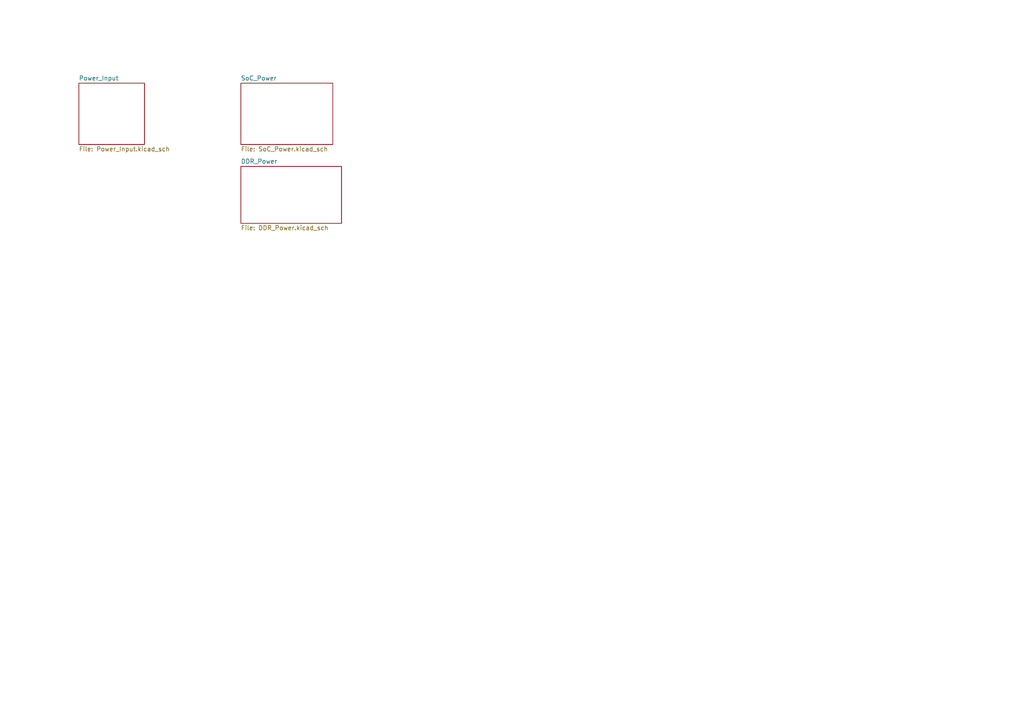
<source format=kicad_sch>
(kicad_sch
	(version 20231120)
	(generator "eeschema")
	(generator_version "8.0")
	(uuid "ce9e9c32-fa94-4bfe-9e50-50b8dbf63661")
	(paper "A4")
	(lib_symbols)
	(sheet
		(at 22.86 24.13)
		(size 19.05 17.78)
		(fields_autoplaced yes)
		(stroke
			(width 0.1524)
			(type solid)
		)
		(fill
			(color 0 0 0 0.0000)
		)
		(uuid "1bf2be0d-584a-45c4-b290-f3cb8ab81fb5")
		(property "Sheetname" "Power_Input"
			(at 22.86 23.4184 0)
			(effects
				(font
					(size 1.27 1.27)
				)
				(justify left bottom)
			)
		)
		(property "Sheetfile" "Power_Input.kicad_sch"
			(at 22.86 42.4946 0)
			(effects
				(font
					(size 1.27 1.27)
				)
				(justify left top)
			)
		)
		(instances
			(project "Scanbot"
				(path "/c68672ea-fdfd-4e57-9584-0a609e86d0f0/25520a7e-eaa0-4b35-abf4-e6cae340348e"
					(page "3")
				)
			)
		)
	)
	(sheet
		(at 69.85 48.26)
		(size 29.21 16.51)
		(fields_autoplaced yes)
		(stroke
			(width 0.1524)
			(type solid)
		)
		(fill
			(color 0 0 0 0.0000)
		)
		(uuid "1ca0e5e6-ad0c-4752-86bd-94af1cf580b1")
		(property "Sheetname" "DDR_Power"
			(at 69.85 47.5484 0)
			(effects
				(font
					(size 1.27 1.27)
				)
				(justify left bottom)
			)
		)
		(property "Sheetfile" "DDR_Power.kicad_sch"
			(at 69.85 65.3546 0)
			(effects
				(font
					(size 1.27 1.27)
				)
				(justify left top)
			)
		)
		(instances
			(project "Scanbot"
				(path "/c68672ea-fdfd-4e57-9584-0a609e86d0f0/25520a7e-eaa0-4b35-abf4-e6cae340348e"
					(page "5")
				)
			)
		)
	)
	(sheet
		(at 69.85 24.13)
		(size 26.67 17.78)
		(fields_autoplaced yes)
		(stroke
			(width 0.1524)
			(type solid)
		)
		(fill
			(color 0 0 0 0.0000)
		)
		(uuid "b81aa262-c14e-4f67-bde2-d737ad75fe80")
		(property "Sheetname" "SoC_Power"
			(at 69.85 23.4184 0)
			(effects
				(font
					(size 1.27 1.27)
				)
				(justify left bottom)
			)
		)
		(property "Sheetfile" "SoC_Power.kicad_sch"
			(at 69.85 42.4946 0)
			(effects
				(font
					(size 1.27 1.27)
				)
				(justify left top)
			)
		)
		(instances
			(project "Scanbot"
				(path "/c68672ea-fdfd-4e57-9584-0a609e86d0f0/25520a7e-eaa0-4b35-abf4-e6cae340348e"
					(page "4")
				)
			)
		)
	)
)
</source>
